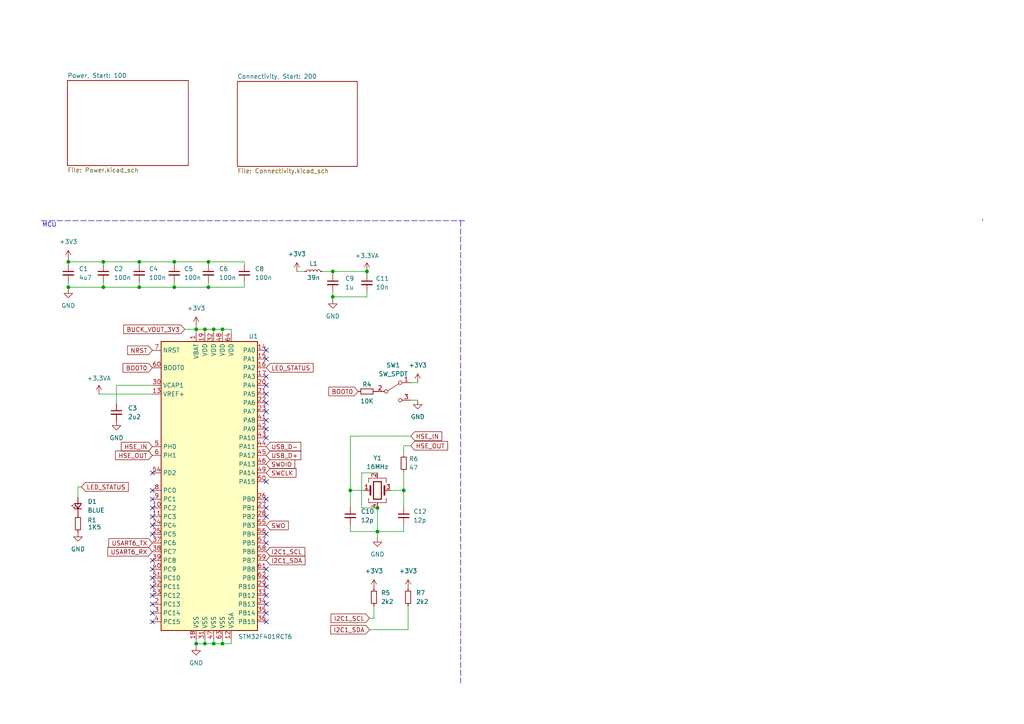
<source format=kicad_sch>
(kicad_sch (version 20211123) (generator eeschema)
  (paper "A4")
  (lib_symbols
    (symbol "Device:C_Small" (pin_numbers hide) (pin_names (offset 0.254) hide)
      (property "Reference" "C" (at 0.254 1.778 0))
      (property "Value" "C_Small" (at 0.254 -2.032 0))
      (symbol "C_Small_0_1"
        (polyline (pts (xy -1.524 -0.508) (xy 1.524 -0.508)) (stroke (width 0.3302)))
        (polyline (pts (xy -1.524 0.508) (xy 1.524 0.508)) (stroke (width 0.3048)))
      )
      (symbol "C_Small_1_1"
        (pin passive line (at 0 2.54 270) (length 2.032) (name "~") (number "1"))
        (pin passive line (at 0 -2.54 90) (length 2.032) (name "~") (number "2"))
      )
    )
    (symbol "Device:Crystal_GND24" (pin_names (offset 1.016) hide)
      (property "Reference" "Y" (at 3.175 5.08 0))
      (property "Value" "Crystal_GND24" (at 3.175 3.175 0))
      (symbol "Crystal_GND24_0_1"
        (rectangle (start -1.143 2.54) (end 1.143 -2.54) (stroke (width 0.3048)))
        (polyline (pts (xy -2.54 0) (xy -2.032 0)))
        (polyline (pts (xy -2.032 -1.27) (xy -2.032 1.27)) (stroke (width 0.508)))
        (polyline (pts (xy 0 -3.81) (xy 0 -3.556)))
        (polyline (pts (xy 0 3.556) (xy 0 3.81)))
        (polyline (pts (xy 2.032 -1.27) (xy 2.032 1.27)) (stroke (width 0.508)))
        (polyline (pts (xy 2.032 0) (xy 2.54 0)))
        (polyline (pts (xy -2.54 -2.286) (xy -2.54 -3.556) (xy 2.54 -3.556) (xy 2.54 -2.286)))
        (polyline (pts (xy -2.54 2.286) (xy -2.54 3.556) (xy 2.54 3.556) (xy 2.54 2.286)))
      )
      (symbol "Crystal_GND24_1_1"
        (pin passive line (at -3.81 0 0) (length 1.27) (name "1") (number "1"))
        (pin passive line (at 0 5.08 270) (length 1.27) (name "2") (number "2"))
        (pin passive line (at 3.81 0 180) (length 1.27) (name "3") (number "3"))
        (pin passive line (at 0 -5.08 90) (length 1.27) (name "4") (number "4"))
      )
    )
    (symbol "Device:LED_Small" (pin_numbers hide) (pin_names (offset 0.254) hide)
      (property "Reference" "D" (at -1.27 3.175 0))
      (property "Value" "LED_Small" (at -4.445 -2.54 0))
      (symbol "LED_Small_0_1"
        (polyline (pts (xy -0.762 -1.016) (xy -0.762 1.016)) (stroke (width 0.254)))
        (polyline (pts (xy 1.016 0) (xy -0.762 0)))
        (polyline (pts (xy 0.762 -1.016) (xy -0.762 0) (xy 0.762 1.016) (xy 0.762 -1.016)) (stroke (width 0.254)))
        (polyline (pts (xy 0 0.762) (xy -0.508 1.27) (xy -0.254 1.27) (xy -0.508 1.27) (xy -0.508 1.016)))
        (polyline (pts (xy 0.508 1.27) (xy 0 1.778) (xy 0.254 1.778) (xy 0 1.778) (xy 0 1.524)))
      )
      (symbol "LED_Small_1_1"
        (pin passive line (at -2.54 0 0) (length 1.778) (name "K") (number "1"))
        (pin passive line (at 2.54 0 180) (length 1.778) (name "A") (number "2"))
      )
    )
    (symbol "Device:L_Small" (pin_numbers hide) (pin_names (offset 0.254) hide)
      (property "Reference" "L" (at 0.762 1.016 0))
      (property "Value" "L_Small" (at 0.762 -1.016 0))
      (symbol "L_Small_0_1"
        (arc (start 0 -2.032) (mid 0.508 -1.524) (end 0 -1.016))
        (arc (start 0 -1.016) (mid 0.508 -0.508) (end 0 0))
        (arc (start 0 0) (mid 0.508 0.508) (end 0 1.016))
        (arc (start 0 1.016) (mid 0.508 1.524) (end 0 2.032))
      )
      (symbol "L_Small_1_1"
        (pin passive line (at 0 2.54 270) (length 0.508) (name "~") (number "1"))
        (pin passive line (at 0 -2.54 90) (length 0.508) (name "~") (number "2"))
      )
    )
    (symbol "Device:R_Small" (pin_numbers hide) (pin_names (offset 0.254) hide)
      (property "Reference" "R" (at 0.762 0.508 0))
      (property "Value" "R_Small" (at 0.762 -1.016 0))
      (symbol "R_Small_0_1"
        (rectangle (start -0.762 1.778) (end 0.762 -1.778) (stroke (width 0.2032)))
      )
      (symbol "R_Small_1_1"
        (pin passive line (at 0 2.54 270) (length 0.762) (name "~") (number "1"))
        (pin passive line (at 0 -2.54 90) (length 0.762) (name "~") (number "2"))
      )
    )
    (symbol "MCU_ST_STM32F4:STM32F401RCTx"
      (property "Reference" "U" (at -15.24 41.91 0))
      (property "Value" "STM32F401RCTx" (at 7.62 41.91 0))
      (symbol "STM32F401RCTx_0_1"
        (rectangle (start -15.24 -43.18) (end 12.7 40.64) (stroke (width 0.254)) (fill (type background)))
      )
      (symbol "STM32F401RCTx_1_1"
        (pin power_in line (at -5.08 43.18 270) (length 2.54) (name "VBAT") (number "1"))
        (pin bidirectional line (at -17.78 -7.62 0) (length 2.54) (name "PC2") (number "10"))
        (pin bidirectional line (at -17.78 -10.16 0) (length 2.54) (name "PC3") (number "11"))
        (pin power_in line (at 5.08 -45.72 90) (length 2.54) (name "VSSA") (number "12"))
        (pin power_in line (at -17.78 25.4 0) (length 2.54) (name "VREF+") (number "13"))
        (pin bidirectional line (at 15.24 38.1 180) (length 2.54) (name "PA0") (number "14"))
        (pin bidirectional line (at 15.24 35.56 180) (length 2.54) (name "PA1") (number "15"))
        (pin bidirectional line (at 15.24 33.02 180) (length 2.54) (name "PA2") (number "16"))
        (pin bidirectional line (at 15.24 30.48 180) (length 2.54) (name "PA3") (number "17"))
        (pin power_in line (at -5.08 -45.72 90) (length 2.54) (name "VSS") (number "18"))
        (pin power_in line (at -2.54 43.18 270) (length 2.54) (name "VDD") (number "19"))
        (pin bidirectional line (at -17.78 -35.56 0) (length 2.54) (name "PC13") (number "2"))
        (pin bidirectional line (at 15.24 27.94 180) (length 2.54) (name "PA4") (number "20"))
        (pin bidirectional line (at 15.24 25.4 180) (length 2.54) (name "PA5") (number "21"))
        (pin bidirectional line (at 15.24 22.86 180) (length 2.54) (name "PA6") (number "22"))
        (pin bidirectional line (at 15.24 20.32 180) (length 2.54) (name "PA7") (number "23"))
        (pin bidirectional line (at -17.78 -12.7 0) (length 2.54) (name "PC4") (number "24"))
        (pin bidirectional line (at -17.78 -15.24 0) (length 2.54) (name "PC5") (number "25"))
        (pin bidirectional line (at 15.24 -5.08 180) (length 2.54) (name "PB0") (number "26"))
        (pin bidirectional line (at 15.24 -7.62 180) (length 2.54) (name "PB1") (number "27"))
        (pin bidirectional line (at 15.24 -10.16 180) (length 2.54) (name "PB2") (number "28"))
        (pin bidirectional line (at 15.24 -30.48 180) (length 2.54) (name "PB10") (number "29"))
        (pin bidirectional line (at -17.78 -38.1 0) (length 2.54) (name "PC14") (number "3"))
        (pin power_in line (at -17.78 27.94 0) (length 2.54) (name "VCAP1") (number "30"))
        (pin power_in line (at -2.54 -45.72 90) (length 2.54) (name "VSS") (number "31"))
        (pin power_in line (at 0 43.18 270) (length 2.54) (name "VDD") (number "32"))
        (pin bidirectional line (at 15.24 -33.02 180) (length 2.54) (name "PB12") (number "33"))
        (pin bidirectional line (at 15.24 -35.56 180) (length 2.54) (name "PB13") (number "34"))
        (pin bidirectional line (at 15.24 -38.1 180) (length 2.54) (name "PB14") (number "35"))
        (pin bidirectional line (at 15.24 -40.64 180) (length 2.54) (name "PB15") (number "36"))
        (pin bidirectional line (at -17.78 -17.78 0) (length 2.54) (name "PC6") (number "37"))
        (pin bidirectional line (at -17.78 -20.32 0) (length 2.54) (name "PC7") (number "38"))
        (pin bidirectional line (at -17.78 -22.86 0) (length 2.54) (name "PC8") (number "39"))
        (pin bidirectional line (at -17.78 -40.64 0) (length 2.54) (name "PC15") (number "4"))
        (pin bidirectional line (at -17.78 -25.4 0) (length 2.54) (name "PC9") (number "40"))
        (pin bidirectional line (at 15.24 17.78 180) (length 2.54) (name "PA8") (number "41"))
        (pin bidirectional line (at 15.24 15.24 180) (length 2.54) (name "PA9") (number "42"))
        (pin bidirectional line (at 15.24 12.7 180) (length 2.54) (name "PA10") (number "43"))
        (pin bidirectional line (at 15.24 10.16 180) (length 2.54) (name "PA11") (number "44"))
        (pin bidirectional line (at 15.24 7.62 180) (length 2.54) (name "PA12") (number "45"))
        (pin bidirectional line (at 15.24 5.08 180) (length 2.54) (name "PA13") (number "46"))
        (pin power_in line (at 0 -45.72 90) (length 2.54) (name "VSS") (number "47"))
        (pin power_in line (at 2.54 43.18 270) (length 2.54) (name "VDD") (number "48"))
        (pin bidirectional line (at 15.24 2.54 180) (length 2.54) (name "PA14") (number "49"))
        (pin input line (at -17.78 10.16 0) (length 2.54) (name "PH0") (number "5"))
        (pin bidirectional line (at 15.24 0 180) (length 2.54) (name "PA15") (number "50"))
        (pin bidirectional line (at -17.78 -27.94 0) (length 2.54) (name "PC10") (number "51"))
        (pin bidirectional line (at -17.78 -30.48 0) (length 2.54) (name "PC11") (number "52"))
        (pin bidirectional line (at -17.78 -33.02 0) (length 2.54) (name "PC12") (number "53"))
        (pin bidirectional line (at -17.78 2.54 0) (length 2.54) (name "PD2") (number "54"))
        (pin bidirectional line (at 15.24 -12.7 180) (length 2.54) (name "PB3") (number "55"))
        (pin bidirectional line (at 15.24 -15.24 180) (length 2.54) (name "PB4") (number "56"))
        (pin bidirectional line (at 15.24 -17.78 180) (length 2.54) (name "PB5") (number "57"))
        (pin bidirectional line (at 15.24 -20.32 180) (length 2.54) (name "PB6") (number "58"))
        (pin bidirectional line (at 15.24 -22.86 180) (length 2.54) (name "PB7") (number "59"))
        (pin input line (at -17.78 7.62 0) (length 2.54) (name "PH1") (number "6"))
        (pin input line (at -17.78 33.02 0) (length 2.54) (name "BOOT0") (number "60"))
        (pin bidirectional line (at 15.24 -25.4 180) (length 2.54) (name "PB8") (number "61"))
        (pin bidirectional line (at 15.24 -27.94 180) (length 2.54) (name "PB9") (number "62"))
        (pin power_in line (at 2.54 -45.72 90) (length 2.54) (name "VSS") (number "63"))
        (pin power_in line (at 5.08 43.18 270) (length 2.54) (name "VDD") (number "64"))
        (pin input line (at -17.78 38.1 0) (length 2.54) (name "NRST") (number "7"))
        (pin bidirectional line (at -17.78 -2.54 0) (length 2.54) (name "PC0") (number "8"))
        (pin bidirectional line (at -17.78 -5.08 0) (length 2.54) (name "PC1") (number "9"))
      )
    )
    (symbol "Switch:SW_SPDT" (pin_names (offset 0) hide)
      (property "Reference" "SW" (at 0 4.318 0))
      (property "Value" "SW_SPDT" (at 0 -5.08 0))
      (symbol "SW_SPDT_0_0"
        (circle (center -2.032 0) (radius 0.508))
        (circle (center 2.032 -2.54) (radius 0.508))
      )
      (symbol "SW_SPDT_0_1"
        (polyline (pts (xy -1.524 0.254) (xy 1.651 2.286)))
        (circle (center 2.032 2.54) (radius 0.508))
      )
      (symbol "SW_SPDT_1_1"
        (pin passive line (at 5.08 2.54 180) (length 2.54) (name "A") (number "1"))
        (pin passive line (at -5.08 0 0) (length 2.54) (name "B") (number "2"))
        (pin passive line (at 5.08 -2.54 180) (length 2.54) (name "C") (number "3"))
      )
    )
    (symbol "power:+3.3V" (power) (pin_names (offset 0))
      (property "Value" "+3.3V" (at 0 3.556 0))
      (symbol "+3.3V_0_1"
        (polyline (pts (xy -0.762 1.27) (xy 0 2.54)))
        (polyline (pts (xy 0 0) (xy 0 2.54)))
        (polyline (pts (xy 0 2.54) (xy 0.762 1.27)))
      )
      (symbol "+3.3V_1_1"
        (pin power_in line (at 0 0 90) (length 0) hide (name "+3V3") (number "1"))
      )
    )
    (symbol "power:+3.3VA" (power) (pin_names (offset 0))
      (property "Value" "+3.3VA" (at 0 3.556 0))
      (symbol "+3.3VA_0_1"
        (polyline (pts (xy -0.762 1.27) (xy 0 2.54)))
        (polyline (pts (xy 0 0) (xy 0 2.54)))
        (polyline (pts (xy 0 2.54) (xy 0.762 1.27)))
      )
      (symbol "+3.3VA_1_1"
        (pin power_in line (at 0 0 90) (length 0) hide (name "+3.3VA") (number "1"))
      )
    )
    (symbol "power:GND" (power) (pin_names (offset 0))
      (property "Value" "GND" (at 0 -3.81 0))
      (symbol "GND_0_1"
        (polyline (pts (xy 0 0) (xy 0 -1.27) (xy 1.27 -1.27) (xy 0 -2.54) (xy -1.27 -1.27) (xy 0 -1.27)))
      )
      (symbol "GND_1_1"
        (pin power_in line (at 0 0 270) (length 0) hide (name "GND") (number "1"))
      )
    )
  )
  (junction (at 59.436 186.69))
  (junction (at 96.52 78.74))
  (junction (at 64.516 95.504))
  (junction (at 19.812 75.946))
  (junction (at 19.812 83.312))
  (junction (at 60.452 75.946))
  (junction (at 117.094 142.24))
  (junction (at 109.474 154.178))
  (junction (at 50.546 75.946))
  (junction (at 96.52 86.106))
  (junction (at 60.452 83.312))
  (junction (at 109.474 147.32))
  (junction (at 61.976 186.69))
  (junction (at 59.436 95.504))
  (junction (at 64.516 186.69))
  (junction (at 40.386 75.946))
  (junction (at 106.426 78.74))
  (junction (at 29.972 75.946))
  (junction (at 56.896 95.504))
  (junction (at 61.976 95.504))
  (junction (at 40.386 83.312))
  (junction (at 29.972 83.312))
  (junction (at 56.896 186.69))
  (junction (at 101.6 142.24))
  (junction (at 50.546 83.312))
  (no_connect (at 44.196 147.32))
  (no_connect (at 77.216 175.26))
  (no_connect (at 77.216 104.14))
  (no_connect (at 77.216 109.22))
  (no_connect (at 44.196 137.16))
  (no_connect (at 77.216 165.1))
  (no_connect (at 44.196 167.64))
  (no_connect (at 44.196 144.78))
  (no_connect (at 77.216 121.92))
  (no_connect (at 77.216 170.18))
  (no_connect (at 77.216 119.38))
  (no_connect (at 77.216 167.64))
  (no_connect (at 44.196 149.86))
  (no_connect (at 77.216 180.34))
  (no_connect (at 77.216 124.46))
  (no_connect (at 44.196 152.4))
  (no_connect (at 44.196 175.26))
  (no_connect (at 77.216 116.84))
  (no_connect (at 77.216 139.7))
  (no_connect (at 77.216 154.94))
  (no_connect (at 77.216 111.76))
  (no_connect (at 77.216 172.72))
  (no_connect (at 77.216 147.32))
  (no_connect (at 77.216 177.8))
  (no_connect (at 77.216 127))
  (no_connect (at 44.196 170.18))
  (no_connect (at 44.196 180.34))
  (no_connect (at 77.216 101.6))
  (no_connect (at 77.216 114.3))
  (no_connect (at 44.196 165.1))
  (no_connect (at 44.196 142.24))
  (no_connect (at 77.216 144.78))
  (no_connect (at 77.216 149.86))
  (no_connect (at 44.196 177.8))
  (no_connect (at 77.216 157.48))
  (no_connect (at 44.196 154.94))
  (no_connect (at 44.196 162.56))
  (no_connect (at 44.196 172.72))
  (wire (pts (xy 40.386 75.946) (xy 50.546 75.946)))
  (wire (pts (xy 50.546 81.788) (xy 50.546 83.312)))
  (wire (pts (xy 106.426 86.106) (xy 106.426 84.582)))
  (wire (pts (xy 93.472 78.74) (xy 96.52 78.74)))
  (wire (pts (xy 40.386 76.708) (xy 40.386 75.946)))
  (wire (pts (xy 60.452 75.946) (xy 60.452 76.708)))
  (wire (pts (xy 96.52 78.74) (xy 96.52 79.502)))
  (wire (pts (xy 61.976 95.504) (xy 61.976 96.52)))
  (polyline (pts (xy 133.604 64.008) (xy 133.604 198.12)))
  (wire (pts (xy 67.056 185.42) (xy 67.056 186.69)))
  (wire (pts (xy 109.474 137.16) (xy 104.902 137.16)))
  (wire (pts (xy 50.546 83.312) (xy 60.452 83.312)))
  (wire (pts (xy 119.126 116.078) (xy 121.158 116.078)))
  (wire (pts (xy 22.606 141.224) (xy 23.622 141.224)))
  (wire (pts (xy 106.426 79.502) (xy 106.426 78.74)))
  (wire (pts (xy 59.436 186.69) (xy 56.896 186.69)))
  (wire (pts (xy 118.364 182.626) (xy 118.364 175.768)))
  (wire (pts (xy 113.284 142.24) (xy 117.094 142.24)))
  (polyline (pts (xy 284.988 63.5) (xy 284.988 64.008)))
  (wire (pts (xy 56.896 185.42) (xy 56.896 186.69)))
  (wire (pts (xy 33.782 111.76) (xy 33.782 117.094)))
  (wire (pts (xy 117.094 129.286) (xy 119.126 129.286)))
  (wire (pts (xy 61.976 185.42) (xy 61.976 186.69)))
  (wire (pts (xy 108.458 179.324) (xy 107.188 179.324)))
  (wire (pts (xy 56.896 186.69) (xy 56.896 187.452)))
  (wire (pts (xy 19.812 75.946) (xy 19.812 76.708)))
  (wire (pts (xy 29.972 83.312) (xy 29.972 81.788)))
  (wire (pts (xy 61.976 95.504) (xy 64.516 95.504)))
  (wire (pts (xy 70.866 76.708) (xy 70.866 75.946)))
  (wire (pts (xy 50.546 76.708) (xy 50.546 75.946)))
  (wire (pts (xy 101.6 142.24) (xy 105.664 142.24)))
  (wire (pts (xy 59.436 186.69) (xy 61.976 186.69)))
  (wire (pts (xy 109.474 155.956) (xy 109.474 154.178)))
  (wire (pts (xy 19.812 75.946) (xy 29.972 75.946)))
  (wire (pts (xy 101.6 126.492) (xy 101.6 142.24)))
  (wire (pts (xy 60.452 83.312) (xy 60.452 81.788)))
  (wire (pts (xy 29.972 75.946) (xy 40.386 75.946)))
  (wire (pts (xy 117.094 129.286) (xy 117.094 131.826)))
  (wire (pts (xy 101.6 152.146) (xy 101.6 154.178)))
  (wire (pts (xy 67.056 95.504) (xy 67.056 96.52)))
  (wire (pts (xy 19.812 83.312) (xy 29.972 83.312)))
  (wire (pts (xy 22.606 144.272) (xy 22.606 141.224)))
  (wire (pts (xy 59.436 95.504) (xy 59.436 96.52)))
  (wire (pts (xy 96.52 86.106) (xy 106.426 86.106)))
  (wire (pts (xy 56.896 95.504) (xy 59.436 95.504)))
  (wire (pts (xy 64.516 185.42) (xy 64.516 186.69)))
  (wire (pts (xy 19.812 81.788) (xy 19.812 83.312)))
  (wire (pts (xy 70.866 75.946) (xy 60.452 75.946)))
  (wire (pts (xy 50.546 75.946) (xy 60.452 75.946)))
  (wire (pts (xy 44.196 111.76) (xy 33.782 111.76)))
  (wire (pts (xy 109.474 154.178) (xy 117.094 154.178)))
  (wire (pts (xy 56.896 95.504) (xy 56.896 96.52)))
  (wire (pts (xy 96.52 84.582) (xy 96.52 86.106)))
  (wire (pts (xy 101.6 142.24) (xy 101.6 147.066)))
  (wire (pts (xy 117.094 142.24) (xy 117.094 147.066)))
  (wire (pts (xy 119.126 110.998) (xy 121.158 110.998)))
  (wire (pts (xy 96.52 86.106) (xy 96.52 86.868)))
  (wire (pts (xy 107.188 182.626) (xy 118.364 182.626)))
  (wire (pts (xy 40.386 81.788) (xy 40.386 83.312)))
  (wire (pts (xy 70.866 83.312) (xy 60.452 83.312)))
  (wire (pts (xy 29.972 76.708) (xy 29.972 75.946)))
  (wire (pts (xy 56.896 94.488) (xy 56.896 95.504)))
  (wire (pts (xy 61.976 186.69) (xy 64.516 186.69)))
  (wire (pts (xy 106.426 78.74) (xy 96.52 78.74)))
  (wire (pts (xy 53.594 95.504) (xy 56.896 95.504)))
  (wire (pts (xy 117.094 154.178) (xy 117.094 152.146)))
  (wire (pts (xy 104.902 147.32) (xy 109.474 147.32)))
  (wire (pts (xy 19.812 83.312) (xy 19.812 83.82)))
  (wire (pts (xy 59.436 185.42) (xy 59.436 186.69)))
  (wire (pts (xy 101.6 154.178) (xy 109.474 154.178)))
  (wire (pts (xy 19.812 75.184) (xy 19.812 75.946)))
  (wire (pts (xy 64.516 186.69) (xy 67.056 186.69)))
  (wire (pts (xy 104.902 137.16) (xy 104.902 147.32)))
  (wire (pts (xy 109.474 147.32) (xy 109.474 154.178)))
  (wire (pts (xy 70.866 81.788) (xy 70.866 83.312)))
  (polyline (pts (xy 11.938 64.008) (xy 134.874 64.008)))
  (wire (pts (xy 64.516 95.504) (xy 67.056 95.504)))
  (wire (pts (xy 28.702 114.3) (xy 44.196 114.3)))
  (wire (pts (xy 101.6 126.492) (xy 119.126 126.492)))
  (wire (pts (xy 108.458 175.768) (xy 108.458 179.324)))
  (wire (pts (xy 64.516 95.504) (xy 64.516 96.52)))
  (wire (pts (xy 86.106 78.74) (xy 88.392 78.74)))
  (wire (pts (xy 117.094 136.906) (xy 117.094 142.24)))
  (wire (pts (xy 40.386 83.312) (xy 50.546 83.312)))
  (wire (pts (xy 29.972 83.312) (xy 40.386 83.312)))
  (wire (pts (xy 59.436 95.504) (xy 61.976 95.504)))
  (text "MCU\n" (at 12.192 66.04 0) (effects (font (size 1.27 1.27)) (justify left bottom)))
  (global_label "LED_STATUS" (shape input) (at 23.622 141.224 0) (property "Intersheet References" "${INTERSHEET_REFS}" (effects hide)))
  (global_label "LED_STATUS" (shape input) (at 77.216 106.68 0) (property "Intersheet References" "${INTERSHEET_REFS}" (effects hide)))
  (global_label "USB_D-" (shape input) (at 77.216 129.54 0) (property "Intersheet References" "${INTERSHEET_REFS}" (effects hide)))
  (global_label "I2C1_SDA" (shape input) (at 77.216 162.56 0) (property "Intersheet References" "${INTERSHEET_REFS}" (effects hide)))
  (global_label "NRST" (shape input) (at 44.196 101.6 180) (property "Intersheet References" "${INTERSHEET_REFS}" (effects hide)))
  (global_label "SWDIO" (shape input) (at 77.216 134.62 0) (property "Intersheet References" "${INTERSHEET_REFS}" (effects hide)))
  (global_label "HSE_OUT" (shape input) (at 44.196 132.08 180) (property "Intersheet References" "${INTERSHEET_REFS}" (effects hide)))
  (global_label "USB_D+" (shape input) (at 77.216 132.08 0) (property "Intersheet References" "${INTERSHEET_REFS}" (effects hide)))
  (global_label "HSE_OUT" (shape input) (at 119.126 129.286 0) (property "Intersheet References" "${INTERSHEET_REFS}" (effects hide)))
  (global_label "I2C1_SCL" (shape input) (at 77.216 160.02 0) (property "Intersheet References" "${INTERSHEET_REFS}" (effects hide)))
  (global_label "I2C1_SCL" (shape input) (at 107.188 179.324 180) (property "Intersheet References" "${INTERSHEET_REFS}" (effects hide)))
  (global_label "I2C1_SDA" (shape input) (at 107.188 182.626 180) (property "Intersheet References" "${INTERSHEET_REFS}" (effects hide)))
  (global_label "HSE_IN" (shape input) (at 119.126 126.492 0) (property "Intersheet References" "${INTERSHEET_REFS}" (effects hide)))
  (global_label "BOOT0" (shape input) (at 44.196 106.68 180) (property "Intersheet References" "${INTERSHEET_REFS}" (effects hide)))
  (global_label "SWO" (shape input) (at 77.216 152.4 0) (property "Intersheet References" "${INTERSHEET_REFS}" (effects hide)))
  (global_label "USART6_RX" (shape input) (at 44.196 160.02 180) (property "Intersheet References" "${INTERSHEET_REFS}" (effects hide)))
  (global_label "HSE_IN" (shape input) (at 44.196 129.54 180) (property "Intersheet References" "${INTERSHEET_REFS}" (effects hide)))
  (global_label "USART6_TX" (shape input) (at 44.196 157.48 180) (property "Intersheet References" "${INTERSHEET_REFS}" (effects hide)))
  (global_label "BOOT0" (shape input) (at 103.886 113.538 180) (property "Intersheet References" "${INTERSHEET_REFS}" (effects hide)))
  (global_label "SWCLK" (shape input) (at 77.216 137.16 0) (property "Intersheet References" "${INTERSHEET_REFS}" (effects hide)))
  (global_label "BUCK_VOUT_3V3" (shape input) (at 53.594 95.504 180) (property "Intersheet References" "${INTERSHEET_REFS}" (effects hide)))
  (symbol (lib_id "Device:R_Small") (at 22.606 151.892 180) (unit 1)
    (property "Reference" "R1" (at 26.67 150.876 0))
    (property "Value" "1K5" (at 27.432 152.908 0))
    (property "Footprint" "Resistor_SMD:R_0603_1608Metric" (effects hide))
    (property "LCSC Part #" "C22843" (effects hide))
  )
  (symbol (lib_id "power:+3.3V") (at 19.812 75.184 0) (unit 1)
    (property "Reference" "#PWR0109" (effects hide))
    (property "Value" "+3.3V" (at 19.812 70.104 0))
  )
  (symbol (lib_id "Device:C_Small") (at 19.812 79.248 0) (unit 1)
    (property "Reference" "C1" (at 22.86 77.9842 0) (effects (justify left)))
    (property "Value" "4u7" (at 22.86 80.5242 0) (effects (justify left)))
    (property "Footprint" "Capacitor_SMD:C_0603_1608Metric" (effects hide))
    (property "LCSC Part #" "C19666" (effects hide))
  )
  (symbol (lib_id "power:+3.3V") (at 86.106 78.74 0) (unit 1)
    (property "Reference" "#PWR0106" (effects hide))
    (property "Value" "+3.3V" (at 86.106 73.66 0))
  )
  (symbol (lib_id "power:GND") (at 109.474 155.956 0) (unit 1)
    (property "Reference" "#PWR0118" (effects hide))
    (property "Value" "GND" (at 109.474 160.782 0))
  )
  (symbol (lib_id "power:+3.3V") (at 121.158 110.998 0) (unit 1)
    (property "Reference" "#PWR0115" (effects hide))
    (property "Value" "+3.3V" (at 121.158 105.918 0))
  )
  (symbol (lib_id "Device:R_Small") (at 108.458 173.228 0) (unit 1)
    (property "Reference" "R5" (at 110.49 171.9579 0) (effects (justify left)))
    (property "Value" "2k2" (at 110.49 174.4979 0) (effects (justify left)))
    (property "Footprint" "Resistor_SMD:R_0603_1608Metric" (effects hide))
    (property "LCSC Part #" "C4190" (effects hide))
  )
  (symbol (lib_id "power:+3.3V") (at 56.896 94.488 0) (unit 1)
    (property "Reference" "#PWR0105" (effects hide))
    (property "Value" "+3.3V" (at 56.896 89.408 0))
  )
  (symbol (lib_id "Switch:SW_SPDT") (at 114.046 113.538 0) (unit 1)
    (property "Reference" "SW1" (at 114.046 105.918 0))
    (property "Value" "SW_SPDT" (at 114.046 108.458 0))
    (property "Footprint" "Button_Switch_SMD:SW_SPDT_PCM12" (effects hide))
  )
  (symbol (lib_id "power:GND") (at 33.782 122.174 0) (unit 1)
    (property "Reference" "#PWR0104" (effects hide))
    (property "Value" "GND" (at 33.782 127 0))
  )
  (symbol (lib_id "power:+3.3V") (at 108.458 170.688 0) (unit 1)
    (property "Reference" "#PWR0119" (effects hide))
    (property "Value" "+3.3V" (at 108.458 165.608 0))
  )
  (symbol (lib_id "power:+3.3VA") (at 106.426 78.74 0) (unit 1)
    (property "Reference" "#PWR0107" (effects hide))
    (property "Value" "+3.3VA" (at 106.426 74.168 0))
  )
  (symbol (lib_id "Device:C_Small") (at 106.426 82.042 0) (unit 1)
    (property "Reference" "C11" (at 108.966 80.7782 0) (effects (justify left)))
    (property "Value" "10n" (at 108.966 83.3182 0) (effects (justify left)))
    (property "Footprint" "Capacitor_SMD:C_0402_1005Metric" (effects hide))
    (property "Datasheet" "https://jlcpcb.com/parts/componentSearch?isSearch=true&searchTxt=10n%200406" (effects hide))
    (property "LCSC Part #" "C15195" (effects hide))
  )
  (symbol (lib_id "power:GND") (at 121.158 116.078 0) (unit 1)
    (property "Reference" "#PWR0117" (effects hide))
    (property "Value" "GND" (at 121.158 120.904 0))
  )
  (symbol (lib_id "Device:R_Small") (at 106.426 113.538 90) (unit 1)
    (property "Reference" "R4" (at 106.426 111.506 90))
    (property "Value" "10K" (at 106.426 116.332 90))
    (property "Footprint" "Resistor_SMD:R_0402_1005Metric" (effects hide))
    (property "LCSC Part #" "C25744" (effects hide))
  )
  (symbol (lib_id "Device:C_Small") (at 40.386 79.248 0) (unit 1)
    (property "Reference" "C4" (at 43.18 77.9842 0) (effects (justify left)))
    (property "Value" "100n" (at 43.18 80.5242 0) (effects (justify left)))
    (property "Footprint" "Capacitor_SMD:C_0402_1005Metric" (effects hide))
    (property "LCSC Part #" "C307331" (effects hide))
  )
  (symbol (lib_id "power:GND") (at 22.606 154.432 0) (unit 1)
    (property "Reference" "#PWR0101" (effects hide))
    (property "Value" "GND" (at 22.606 159.258 0))
  )
  (symbol (lib_id "power:+3.3VA") (at 28.702 114.3 0) (unit 1)
    (property "Reference" "#PWR0103" (effects hide))
    (property "Value" "+3.3VA" (at 28.702 109.728 0))
  )
  (symbol (lib_id "Device:C_Small") (at 70.866 79.248 0) (unit 1)
    (property "Reference" "C8" (at 73.914 77.9842 0) (effects (justify left)))
    (property "Value" "100n" (at 73.914 80.5242 0) (effects (justify left)))
    (property "Footprint" "Capacitor_SMD:C_0402_1005Metric" (effects hide))
    (property "LCSC Part #" "C307331" (effects hide))
  )
  (symbol (lib_id "Device:C_Small") (at 29.972 79.248 0) (unit 1)
    (property "Reference" "C2" (at 33.02 77.9842 0) (effects (justify left)))
    (property "Value" "100n" (at 33.02 80.5242 0) (effects (justify left)))
    (property "Footprint" "Capacitor_SMD:C_0402_1005Metric" (effects hide))
    (property "LCSC Part #" "C307331" (effects hide))
  )
  (symbol (lib_id "Device:C_Small") (at 117.094 149.606 0) (unit 1)
    (property "Reference" "C12" (at 119.888 148.3422 0) (effects (justify left)))
    (property "Value" "12p" (at 119.888 150.8822 0) (effects (justify left)))
    (property "Footprint" "Capacitor_SMD:C_0402_1005Metric" (effects hide))
    (property "Datasheet" "https://jlcpcb.com/parts/componentSearch?isSearch=true&searchTxt=12pf%200402" (effects hide))
    (property "LCSC Part #" "C1547" (effects hide))
  )
  (symbol (lib_id "Device:C_Small") (at 101.6 149.606 0) (unit 1)
    (property "Reference" "C10" (at 104.648 148.3422 0) (effects (justify left)))
    (property "Value" "12p" (at 104.648 150.8822 0) (effects (justify left)))
    (property "Footprint" "Capacitor_SMD:C_0402_1005Metric" (effects hide))
    (property "Datasheet" "https://jlcpcb.com/parts/componentSearch?isSearch=true&searchTxt=12pf%200402" (effects hide))
    (property "LCSC Part #" "C1547" (effects hide))
  )
  (symbol (lib_id "Device:L_Small") (at 90.932 78.74 90) (unit 1)
    (property "Reference" "L1" (at 90.932 76.454 90))
    (property "Value" "39n" (at 90.932 80.518 90))
    (property "Footprint" "Inductor_SMD:L_0402_1005Metric" (effects hide))
    (property "Datasheet" "https://jlcpcb.com/parts/componentSearch?isSearch=true&searchTxt=39nH%200402" (effects hide))
    (property "LCSC Part #" "C26443" (effects hide))
  )
  (symbol (lib_id "power:GND") (at 19.812 83.82 0) (unit 1)
    (property "Reference" "#PWR0108" (effects hide))
    (property "Value" "GND" (at 19.812 88.646 0))
  )
  (symbol (lib_id "power:GND") (at 56.896 187.452 0) (unit 1)
    (property "Reference" "#PWR0102" (effects hide))
    (property "Value" "GND" (at 56.896 192.278 0))
  )
  (symbol (lib_id "power:GND") (at 96.52 86.868 0) (unit 1)
    (property "Reference" "#PWR0116" (effects hide))
    (property "Value" "GND" (at 96.52 91.694 0))
  )
  (symbol (lib_id "Device:R_Small") (at 117.094 134.366 0) (unit 1)
    (property "Reference" "R6" (at 118.618 133.0959 0) (effects (justify left)))
    (property "Value" "47" (at 118.618 135.6359 0) (effects (justify left)))
    (property "Footprint" "Resistor_SMD:R_0402_1005Metric" (effects hide))
    (property "LCSC Part #" "C25792" (effects hide))
  )
  (symbol (lib_id "power:+3.3V") (at 118.364 170.688 0) (unit 1)
    (property "Reference" "#PWR0120" (effects hide))
    (property "Value" "+3.3V" (at 118.364 165.608 0))
  )
  (symbol (lib_id "Device:C_Small") (at 50.546 79.248 0) (unit 1)
    (property "Reference" "C5" (at 53.34 77.9842 0) (effects (justify left)))
    (property "Value" "100n" (at 53.34 80.5242 0) (effects (justify left)))
    (property "Footprint" "Capacitor_SMD:C_0402_1005Metric" (effects hide))
    (property "LCSC Part #" "C307331" (effects hide))
  )
  (symbol (lib_id "MCU_ST_STM32F4:STM32F401RCTx") (at 61.976 139.7 0) (unit 1)
    (property "Reference" "U1" (at 72.136 97.536 0) (effects (justify left)))
    (property "Value" "STM32F401RCT6" (at 69.088 184.658 0) (effects (justify left)))
    (property "Footprint" "Package_QFP:LQFP-64_10x10mm_P0.5mm" (effects hide))
    (property "Datasheet" "http://www.st.com/st-web-ui/static/active/en/resource/technical/document/datasheet/DM00086815.pdf" (effects hide))
    (property "LCSC Part #" "C74524" (effects hide))
  )
  (symbol (lib_id "Device:LED_Small") (at 22.606 146.812 90) (unit 1)
    (property "Reference" "D1" (at 25.4 145.4784 90) (effects (justify right)))
    (property "Value" "BLUE" (at 25.4 148.0184 90) (effects (justify right)))
    (property "Footprint" "LED_SMD:LED_0603_1608Metric" (effects hide))
    (property "Datasheet" "https://jlcpcb.com/parts/componentSearch?isSearch=true&searchTxt=12pf%200402" (effects hide))
    (property "LCSC Part #" "C72041" (effects hide))
  )
  (symbol (lib_id "Device:Crystal_GND24") (at 109.474 142.24 0) (unit 1)
    (property "Reference" "Y1" (at 109.474 132.842 0))
    (property "Value" "16MHz" (at 109.474 135.382 0))
    (property "Footprint" "Crystal:Crystal_SMD_3225-4Pin_3.2x2.5mm" (effects hide))
    (property "LCSC Part #" "C13738" (effects hide))
  )
  (symbol (lib_id "Device:R_Small") (at 118.364 173.228 0) (unit 1)
    (property "Reference" "R7" (at 120.65 171.9579 0) (effects (justify left)))
    (property "Value" "2k2" (at 120.65 174.4979 0) (effects (justify left)))
    (property "Footprint" "Resistor_SMD:R_0603_1608Metric" (effects hide))
    (property "LCSC Part #" "C4190" (effects hide))
  )
  (symbol (lib_id "Device:C_Small") (at 96.52 82.042 0) (unit 1)
    (property "Reference" "C9" (at 100.076 80.7782 0) (effects (justify left)))
    (property "Value" "1u" (at 100.076 83.3182 0) (effects (justify left)))
    (property "Footprint" "Capacitor_SMD:C_0402_1005Metric" (effects hide))
    (property "LCSC Part #" "C52923" (effects hide))
  )
  (symbol (lib_id "Device:C_Small") (at 33.782 119.634 0) (unit 1)
    (property "Reference" "C3" (at 37.084 118.3702 0) (effects (justify left)))
    (property "Value" "2u2" (at 37.084 120.9102 0) (effects (justify left)))
    (property "Footprint" "Capacitor_SMD:C_0603_1608Metric" (effects hide))
    (property "LCSC Part #" "C23630" (effects hide))
  )
  (symbol (lib_id "Device:C_Small") (at 60.452 79.248 0) (unit 1)
    (property "Reference" "C6" (at 63.5 77.9842 0) (effects (justify left)))
    (property "Value" "100n" (at 63.5 80.5242 0) (effects (justify left)))
    (property "Footprint" "Capacitor_SMD:C_0402_1005Metric" (effects hide))
    (property "LCSC Part #" "C307331" (effects hide))
  )
  (sheet (at 68.834 23.622) (size 34.798 24.638) (stroke (width 0.1524))
    (property "Sheet name" "Connectivity, Start: 200" (at 68.834 22.9104 0) (effects (justify left bottom)))
    (property "Sheet file" "Connectivity.kicad_sch" (at 68.834 48.8446 0) (effects (justify left top)))
  )
  (sheet (at 19.558 23.368) (size 35.052 24.638) (stroke (width 0.1524))
    (property "Sheet name" "Power, Start: 100" (at 19.558 22.6564 0) (effects (justify left bottom)))
    (property "Sheet file" "Power.kicad_sch" (at 19.558 48.5906 0) (effects (justify left top)))
  )
)
</source>
